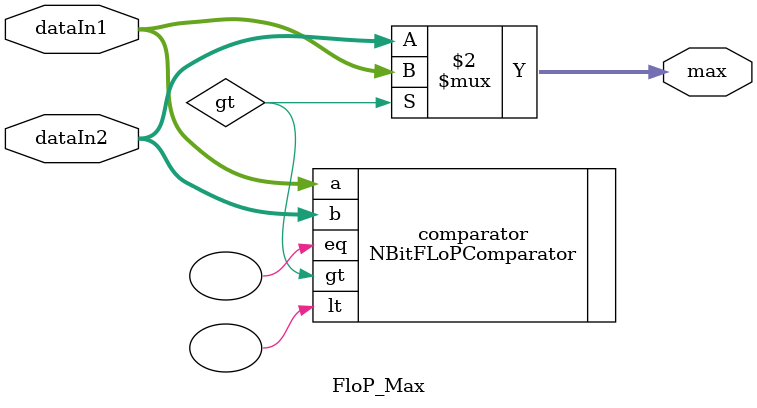
<source format=v>
`timescale 1ns / 1ps

module FloP_Max(
    input [expWidth+fracWidth:0] dataIn1,
    input [expWidth+fracWidth:0] dataIn2,
    output [expWidth+fracWidth:0] max
);

parameter expWidth = 8;
parameter fracWidth = 23;

wire gt;

//Instantiate a FloP comparator
NBitFLoPComparator #(.expWidth(expWidth), .fracWidth(fracWidth)) comparator(
    .a(dataIn1), .b(dataIn2),
    .gt(gt), .eq(), .lt()
);

//Assign the max based on the result of that comparison
assign max = (gt == 1) ? dataIn1 : dataIn2;

endmodule

</source>
